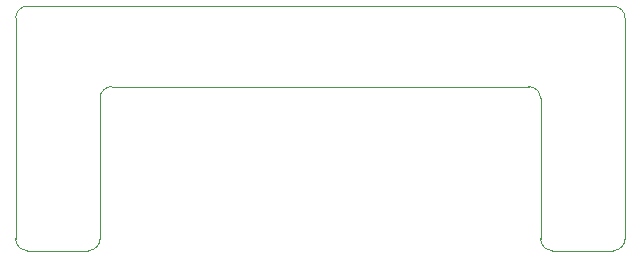
<source format=gbr>
%TF.GenerationSoftware,KiCad,Pcbnew,8.0.1*%
%TF.CreationDate,2024-04-21T16:39:34-04:00*%
%TF.ProjectId,breadboard_pwr_jumper,62726561-6462-46f6-9172-645f7077725f,rev?*%
%TF.SameCoordinates,PX5c38660PY52dfd20*%
%TF.FileFunction,Profile,NP*%
%FSLAX46Y46*%
G04 Gerber Fmt 4.6, Leading zero omitted, Abs format (unit mm)*
G04 Created by KiCad (PCBNEW 8.0.1) date 2024-04-21 16:39:34*
%MOMM*%
%LPD*%
G01*
G04 APERTURE LIST*
%TA.AperFunction,Profile*%
%ADD10C,0.050000*%
%TD*%
G04 APERTURE END LIST*
D10*
X9150000Y-8600000D02*
X44450000Y-8600000D01*
X51600000Y-1800000D02*
G75*
G02*
X52600000Y-2800000I0J-1000000D01*
G01*
X44450000Y-8600000D02*
G75*
G02*
X45450000Y-9600000I0J-1000000D01*
G01*
X52600000Y-21490000D02*
G75*
G02*
X51600000Y-22490000I-1000000J0D01*
G01*
X2000000Y-22490000D02*
X7150000Y-22490000D01*
X8150000Y-21490000D02*
G75*
G02*
X7150000Y-22490000I-1000000J0D01*
G01*
X46450000Y-22490000D02*
G75*
G02*
X45450000Y-21490000I0J1000000D01*
G01*
X1000000Y-2800000D02*
G75*
G02*
X2000000Y-1800000I1000000J0D01*
G01*
X2000000Y-1800000D02*
X51600000Y-1800000D01*
X8150000Y-21490000D02*
X8150000Y-9600000D01*
X1000000Y-21490000D02*
X1000000Y-2800000D01*
X2000000Y-22490000D02*
G75*
G02*
X1000000Y-21490000I0J1000000D01*
G01*
X8150000Y-9600000D02*
G75*
G02*
X9150000Y-8600000I1000000J0D01*
G01*
X45450000Y-21490000D02*
X45450000Y-9600000D01*
X51600000Y-22490000D02*
X46450000Y-22490000D01*
X52600000Y-21490000D02*
X52600000Y-2800000D01*
M02*

</source>
